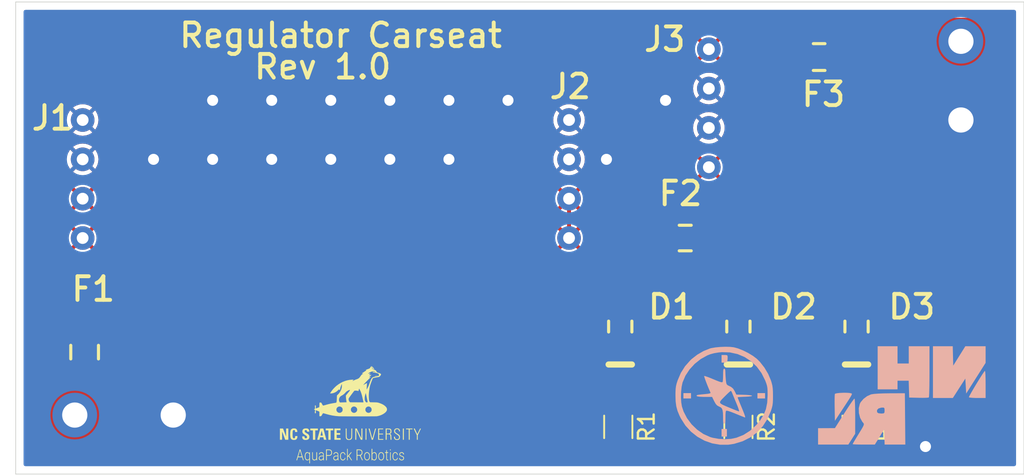
<source format=kicad_pcb>
(kicad_pcb (version 20221018) (generator pcbnew)
  (layers (0 "F.Cu" signal) (31 "B.Cu" signal) (34 "B.Paste" user) (35 "F.Paste" user) (36 "B.SilkS" user "B.Silkscreen") (37 "F.SilkS" user "F.Silkscreen") (38 "B.Mask" user) (39 "F.Mask" user) (44 "Edge.Cuts" user))
  (property "SHEETTOTAL" "1")
  (net 0 "")
  (net 1 "GND")
  (net 2 "/5V Fuse")
  (net 3 "/Comp Out")
  (net 4 "/Bat Fuse")
  (net 5 "Net-(D1-K)")
  (net 6 "Net-(D2-A)")
  (net 7 "Net-(D2-K)")
  (net 8 "Net-(D3-K)")
  (net 9 "/Bat In")
  (net 10 "/12V Fuse")
  (footprint "AltiumImport:FP-0466-MFG" (layer "F.Cu") (at 159.1691 105.0036)
    (fp_text reference "F2" (at -1.8542 -1.9812 unlocked) (layer "F.SilkS") (effects (font (size 1.524 1.524) (thickness 0.254)) (justify left bottom)))
    (fp_text value "3A" hide)
    (pad "1" smd rect (at -1.3335 0) (size 1.143 2.032) (layers "F.Cu" "F.Paste" "F.Mask") (net 10 "/12V Fuse"))
    (pad "2" smd rect (at 1.3335 0) (size 1.143 2.032) (layers "F.Cu" "F.Paste" "F.Mask") (net 6 "Net-(D2-A)"))
  )
  (footprint "AltiumImport:1X4 HEADER" (layer "F.Cu") (at 146.5961 102.4636 -90)
    (fp_text reference "J2" (at -6.35025 -3.68341 unlocked) (layer "F.SilkS") (effects (font (size 1.524 1.524) (thickness 0.254)) (justify left bottom)))
    (fp_text value "1X4 Header" hide)
    (pad "1" thru_hole circle (at -5.08 -5.08 270) (size 1.524 1.524) (drill 0.762) (layers "*.Cu" "*.Mask") (net 1 "GND"))
    (pad "2" thru_hole circle (at -2.54 -5.08 270) (size 1.524 1.524) (drill 0.762) (layers "*.Cu" "*.Mask") (net 1 "GND"))
    (pad "3" thru_hole circle (at 0 -5.08 270) (size 1.524 1.524) (drill 0.762) (layers "*.Cu" "*.Mask") (net 10 "/12V Fuse"))
    (pad "4" thru_hole circle (at 2.54 -5.08 270) (size 1.524 1.524) (drill 0.762) (layers "*.Cu" "*.Mask") (net 10 "/12V Fuse"))
  )
  (footprint "LOGO" (layer "F.Cu") (at 137.5791 116.4336)
    (fp_text reference "G***" hide)
    (fp_text value "LOGO" hide)
  )
  (footprint "AltiumImport:LUMX-SML-LX1206YC-TR_V" (layer "F.Cu") (at 162.5981 110.7186 -90)
    (fp_text reference "D2" (at -0.38125 -1.90541 unlocked) (layer "F.SilkS") (effects (font (size 1.524 1.524) (thickness 0.254)) (justify left bottom)))
    (fp_text value "SML-LX1206YC-TR" hide)
    (pad "1" smd rect (at -1.35 0 270) (size 1.2 1.5) (layers "F.Cu" "F.Paste" "F.Mask") (net 6 "Net-(D2-A)"))
    (pad "2" smd rect (at 1.35 0 270) (size 1.2 1.5) (layers "F.Cu" "F.Paste" "F.Mask") (net 7 "Net-(D2-K)"))
  )
  (footprint "Resistor_SMD:R_1206_3216Metric_Pad1.30x1.75mm_HandSolder" (layer "F.Cu") (at 170.2181 117.1956 -90)
    (fp_text reference "R3" (at 0 -1.82 -90) (layer "F.SilkS") (effects (font (size 1.016 1.016) (thickness 0.1524))))
    (fp_text value "200")
    (pad "1" smd roundrect (at -1.55 0 270) (size 1.3 1.75) (layers "F.Cu" "F.Paste" "F.Mask") (roundrect_rratio 0.192308) (net 8 "Net-(D3-K)"))
    (pad "2" smd roundrect (at 1.55 0 270) (size 1.3 1.75) (layers "F.Cu" "F.Paste" "F.Mask") (roundrect_rratio 0.192308) (net 1 "GND"))
  )
  (footprint "AltiumImport:LUMX-SML-LX1206YC-TR_V" (layer "F.Cu") (at 154.9781 110.7186 -90)
    (fp_text reference "D1" (at -0.38125 -1.65133 unlocked) (layer "F.SilkS") (effects (font (size 1.524 1.524) (thickness 0.254)) (justify left bottom)))
    (fp_text value "SML-LX1206YC-TR" hide)
    (pad "1" smd rect (at -1.35 0 270) (size 1.2 1.5) (layers "F.Cu" "F.Paste" "F.Mask") (net 4 "/Bat Fuse"))
    (pad "2" smd rect (at 1.35 0 270) (size 1.2 1.5) (layers "F.Cu" "F.Paste" "F.Mask") (net 5 "Net-(D1-K)"))
  )
  (footprint "Resistor_SMD:R_1206_3216Metric_Pad1.30x1.75mm_HandSolder" (layer "F.Cu") (at 162.5981 117.1956 -90)
    (fp_text reference "R2" (at 0 -1.82 -90) (layer "F.SilkS") (effects (font (size 1.016 1.016) (thickness 0.1524))))
    (fp_text value "800")
    (pad "1" smd roundrect (at -1.55 0 270) (size 1.3 1.75) (layers "F.Cu" "F.Paste" "F.Mask") (roundrect_rratio 0.192308) (net 7 "Net-(D2-K)"))
    (pad "2" smd roundrect (at 1.55 0 270) (size 1.3 1.75) (layers "F.Cu" "F.Paste" "F.Mask") (roundrect_rratio 0.192308) (net 1 "GND"))
  )
  (footprint "AltiumImport:FP-0469-MFG" (layer "F.Cu") (at 167.8051 93.3196)
    (fp_text reference "F3" (at -1.26959 3.30175 unlocked) (layer "F.SilkS") (effects (font (size 1.524 1.524) (thickness 0.254)) (justify left bottom)))
    (fp_text value "5A" hide)
    (pad "1" smd rect (at -1.25 0) (size 1 1.8) (layers "F.Cu" "F.Paste" "F.Mask") (net 2 "/5V Fuse"))
    (pad "2" smd rect (at 1.25 0) (size 1 1.8) (layers "F.Cu" "F.Paste" "F.Mask") (net 3 "/Comp Out"))
  )
  (footprint "AltiumImport:FP-0685T-IPC_B" (layer "F.Cu") (at 120.4341 112.3696 90)
    (fp_text reference "F1" (at 3.175 -0.9906 unlocked) (layer "F.SilkS") (effects (font (size 1.524 1.524) (thickness 0.254)) (justify left bottom)))
    (fp_text value "4A" hide)
    (pad "1" smd rect (at -1.39578 0 90) (size 1.31464 1.7862) (layers "F.Cu" "F.Paste" "F.Mask") (net 9 "/Bat In"))
    (pad "2" smd rect (at 1.39578 0 90) (size 1.31464 1.7862) (layers "F.Cu" "F.Paste" "F.Mask") (net 4 "/Bat Fuse"))
  )
  (footprint "AltiumImport:1X4 HEADER" (layer "F.Cu") (at 165.7731 95.3516 90)
    (fp_text reference "J3" (at 2.28625 -9.39759 unlocked) (layer "F.SilkS") (effects (font (size 1.524 1.524) (thickness 0.254)) (justify left bottom)))
    (fp_text value "1x4 Header" hide)
    (pad "1" thru_hole circle (at -5.08 -5.08 90) (size 1.524 1.524) (drill 0.762) (layers "*.Cu" "*.Mask") (net 6 "Net-(D2-A)"))
    (pad "2" thru_hole circle (at -2.54 -5.08 90) (size 1.524 1.524) (drill 0.762) (layers "*.Cu" "*.Mask") (net 1 "GND"))
    (pad "3" thru_hole circle (at 0 -5.08 90) (size 1.524 1.524) (drill 0.762) (layers "*.Cu" "*.Mask") (net 1 "GND"))
    (pad "4" thru_hole circle (at 2.54 -5.08 90) (size 1.524 1.524) (drill 0.762) (layers "*.Cu" "*.Mask") (net 2 "/5V Fuse"))
  )
  (footprint "AltiumImport:1X4 HEADER" (layer "F.Cu") (at 115.2271 102.4636 -90)
    (fp_text reference "J1" (at -4.31825 -1.65133 unlocked) (layer "F.SilkS") (effects (font (size 1.524 1.524) (thickness 0.254)) (justify left bottom)))
    (fp_text value "1x4 Header" hide)
    (pad "1" thru_hole circle (at -5.08 -5.08 270) (size 1.524 1.524) (drill 0.762) (layers "*.Cu" "*.Mask") (net 1 "GND"))
    (pad "2" thru_hole circle (at -2.54 -5.08 270) (size 1.524 1.524) (drill 0.762) (layers "*.Cu" "*.Mask") (net 1 "GND"))
    (pad "3" thru_hole circle (at 0 -5.08 270) (size 1.524 1.524) (drill 0.762) (layers "*.Cu" "*.Mask") (net 4 "/Bat Fuse"))
    (pad "4" thru_hole circle (at 2.54 -5.08 270) (size 1.524 1.524) (drill 0.762) (layers "*.Cu" "*.Mask") (net 4 "/Bat Fuse"))
  )
  (footprint "Resistor_SMD:R_1206_3216Metric_Pad1.30x1.75mm_HandSolder" (layer "F.Cu") (at 154.8511 117.1956 -90)
    (fp_text reference "R1" (at 0 -1.82 -90) (layer "F.SilkS") (effects (font (size 1.016 1.016) (thickness 0.1524))))
    (fp_text value "1050")
    (pad "1" smd roundrect (at -1.55 0 270) (size 1.3 1.75) (layers "F.Cu" "F.Paste" "F.Mask") (roundrect_rratio 0.192308) (net 5 "Net-(D1-K)"))
    (pad "2" smd roundrect (at 1.55 0 270) (size 1.3 1.75) (layers "F.Cu" "F.Paste" "F.Mask") (roundrect_rratio 0.192308) (net 1 "GND"))
  )
  (footprint "AltiumImport:LUMX-SML-LX1206YC-TR_V" (layer "F.Cu") (at 170.2181 110.7186 -90)
    (fp_text reference "D3" (at -0.38125 -1.90541 unlocked) (layer "F.SilkS") (effects (font (size 1.524 1.524) (thickness 0.254)) (justify left bottom)))
    (fp_text value "SML-LX1206YC-TR" hide)
    (pad "1" smd rect (at -1.35 0 270) (size 1.2 1.5) (layers "F.Cu" "F.Paste" "F.Mask") (net 3 "/Comp Out"))
    (pad "2" smd rect (at 1.35 0 270) (size 1.2 1.5) (layers "F.Cu" "F.Paste" "F.Mask") (net 8 "Net-(D3-K)"))
  )
  (footprint "LOGO" (layer "B.Cu") (at 161.7091 115.1636 180)
    (fp_text reference "G***" hide)
    (fp_text value "LOGO" hide)
  )
  (footprint "LOGO" (layer "B.Cu") (at 173.1391 115.1636 180)
    (fp_text reference "G***" hide)
    (fp_text value "LOGO" hide)
  )
  (gr_line (start 115.9891 120.2436) (end 181.0131 120.2436) (stroke (width 0.05)) (layer "Edge.Cuts"))
  (gr_line (start 181.0131 89.7636) (end 115.9891 89.7636) (stroke (width 0.05)) (layer "Edge.Cuts"))
  (gr_line (start 115.9891 89.7636) (end 115.9891 120.2436) (stroke (width 0.05)) (layer "Edge.Cuts"))
  (gr_line (start 181.0131 120.2436) (end 181.0131 89.7636) (stroke (width 0.05)) (layer "Edge.Cuts"))
  (gr_text "Regulator Carseat" (at 126.4031 92.81176) (layer "F.SilkS") (effects (font (size 1.524 1.524) (thickness 0.254)) (justify left bottom)))
  (gr_text "Rev 1.0" (at 131.2291 94.8436) (layer "F.SilkS") (effects (font (size 1.524 1.524) (thickness 0.254)) (justify left bottom)))
  (segment (start 174.3831 118.7456) (end 174.6631 118.4656) (width 0.2) (layer "F.Cu") (net 1))
  (segment (start 170.2181 118.7456) (end 174.3831 118.7456) (width 0.2) (layer "F.Cu") (net 1))
  (segment (start 154.8511 118.7456) (end 170.2181 118.7456) (width 0.2) (layer "F.Cu") (net 1))
  (via (at 143.9291 96.1136) (size 1.27) (drill 0.7112) (layers "F.Cu" "B.Cu") (net 1))
  (via (at 132.4991 96.1136) (size 1.27) (drill 0.7112) (layers "F.Cu" "B.Cu") (net 1))
  (via (at 143.9291 99.9236) (size 1.27) (drill 0.7112) (layers "F.Cu" "B.Cu") (net 1))
  (via (at 136.3091 96.1136) (size 1.27) (drill 0.7112) (layers "F.Cu" "B.Cu") (net 1))
  (via (at 147.7391 96.1136) (size 1.27) (drill 0.7112) (layers "F.Cu" "B.Cu") (net 1))
  (via (at 174.6631 118.4656) (size 1.27) (drill 0.7112) (layers "F.Cu" "B.Cu") (net 1))
  (via (at 136.3091 99.9236) (size 1.27) (drill 0.7112) (layers "F.Cu" "B.Cu") (net 1))
  (via (at 124.8791 99.9236) (size 1.27) (drill 0.7112) (layers "F.Cu" "B.Cu") (net 1))
  (via (at 157.8991 96.1136) (size 1.27) (drill 0.7112) (layers "F.Cu" "B.Cu") (net 1))
  (via (at 132.4991 99.9236) (size 1.27) (drill 0.7112) (layers "F.Cu" "B.Cu") (net 1))
  (via (at 154.0891 99.9236) (size 1.27) (drill 0.7112) (layers "F.Cu" "B.Cu") (net 1))
  (via (at 128.6891 99.9236) (size 1.27) (drill 0.7112) (layers "F.Cu" "B.Cu") (net 1))
  (via (at 140.1191 96.1136) (size 1.27) (drill 0.7112) (layers "F.Cu" "B.Cu") (net 1))
  (via (at 140.1191 99.9236) (size 1.27) (drill 0.7112) (layers "F.Cu" "B.Cu") (net 1))
  (via (at 126.1491 116.4336) (size 2.8796) (drill 1.6256) (layers "F.Cu" "B.Cu") (net 1))
  (via (at 176.9491 97.3836) (size 2.8796) (drill 1.6256) (layers "F.Cu" "B.Cu") (net 1))
  (via (at 128.6891 96.1136) (size 1.27) (drill 0.7112) (layers "F.Cu" "B.Cu") (net 1))
  (segment (start 166.3773 93.4466) (end 166.5297 93.2942) (width 0.254) (layer "F.Cu") (net 2))
  (segment (start 166.5265 93.5482) (end 166.5551 93.5196) (width 0.254) (layer "F.Cu") (net 2))
  (via (at 176.9491 92.3036) (size 2.8796) (drill 1.6256) (layers "F.Cu" "B.Cu") (net 3))
  (segment (start 120.3071 110.97382) (end 121.95932 109.3216) (width 0.254) (layer "F.Cu") (net 4))
  (segment (start 121.95932 109.3216) (end 154.9311 109.3216) (width 0.254) (layer "F.Cu") (net 4))
  (segment (start 154.9781 115.6416) (end 154.9781 112.0686) (width 0.254) (layer "F.Cu") (net 5))
  (segment (start 154.8511 115.7686) (end 154.9781 115.6416) (width 0.254) (layer "F.Cu") (net 5))
  (segment (start 162.5981 115.91936) (end 162.5981 112.0686) (width 0.254) (layer "F.Cu") (net 7))
  (segment (start 170.2181 115.8706) (end 170.2181 112.0686) (width 0.254) (layer "F.Cu") (net 8))
  (via (at 119.7991 116.4336) (size 2.8796) (drill 1.6256) (layers "F.Cu" "B.Cu") (net 9))
  (segment (start 151.6761 105.0036) (end 151.6761 102.4636) (width 0.254) (layer "F.Cu") (net 10))
  (zone (net 10) (net_name "/12V Fuse") (layer "F.Cu") (priority 5) (connect_pads (clearance 0.127)) (min_thickness 0.25) (fill yes (thermal_gap 0.254) (thermal_bridge_width 0.254))
    (polygon (pts (xy 150.0251 101.4476) (xy 150.0251 107.0356) (xy 158.7881 107.0356) (xy 158.7881 101.4476)))
  )
  (zone (net 1) (net_name "GND") (layer "F.Cu") (priority 8) (connect_pads (clearance 0.127)) (min_thickness 0.25) (fill yes (thermal_gap 0.254) (thermal_bridge_width 0.254))
    (polygon (pts (xy 158.1531 101.0666) (xy 158.1531 99.0346) (xy 162.0901 99.0346) (xy 162.0901 94.3356) (xy 119.1641 94.3356) (xy 119.1641 101.0666)))
  )
  (zone (net 6) (net_name "Net-(D2-A)") (layer "F.Cu") (priority 4) (connect_pads (clearance 0.127)) (min_thickness 0.25) (fill yes (thermal_gap 0.254) (thermal_bridge_width 0.254))
    (polygon (pts (xy 164.2491 110.7186) (xy 164.2491 99.2886) (xy 159.1691 99.2886) (xy 159.1691 102.4636) (xy 159.1691 103.4796) (xy 159.1691 110.7186)))
  )
  (zone (net 3) (net_name "/Comp Out") (layer "F.Cu") (priority 2) (connect_pads (clearance 0.127)) (min_thickness 0.25) (fill yes (thermal_gap 0.254) (thermal_bridge_width 0.254))
    (polygon (pts (xy 168.1861 90.7796) (xy 168.1861 94.8436) (xy 178.9811 94.8436) (xy 178.9811 90.7796)))
  )
  (zone (net 4) (net_name "/Bat Fuse") (layer "F.Cu") (priority 7) (connect_pads (clearance 0.127)) (min_thickness 0.25) (fill yes (thermal_gap 0.254) (thermal_bridge_width 0.254))
    (polygon (pts (xy 118.0211 101.4476) (xy 124.6251 101.4476) (xy 124.6251 111.6076) (xy 118.0211 111.6076)))
  )
  (zone (net 3) (net_name "/Comp Out") (layer "F.Cu") (priority 1) (connect_pads (clearance 0.127)) (min_thickness 0.25) (fill yes (thermal_gap 0.254) (thermal_bridge_width 0.254))
    (polygon (pts (xy 168.8211 90.7796) (xy 173.3931 90.7796) (xy 173.5201 91.2876) (xy 173.5201 110.7186) (xy 168.8211 110.7186)))
  )
  (zone (net 2) (net_name "/5V Fuse") (layer "F.Cu") (priority 3) (connect_pads (clearance 0.127)) (min_thickness 0.25) (fill yes (thermal_gap 0.254) (thermal_bridge_width 0.254))
    (polygon (pts (xy 159.1691 94.3356) (xy 164.7571 94.3356) (xy 165.2651 94.8436) (xy 167.4241 94.8436) (xy 167.4241 90.7796) (xy 159.1691 90.7796)))
  )
  (zone (net 9) (net_name "/Bat In") (layer "F.Cu") (priority 6) (connect_pads (clearance 0.127)) (min_thickness 0.25) (fill yes (thermal_gap 0.254) (thermal_bridge_width 0.254))
    (polygon (pts (xy 117.5131 119.2276) (xy 123.1011 119.2276) (xy 123.1011 113.1316) (xy 117.5131 113.1316)))
  )
  (zone (net 1) (net_name "GND") (layer "B.Cu") (connect_pads (clearance 0.127)) (min_thickness 0.25) (fill yes (thermal_gap 0.254) (thermal_bridge_width 0.254))
    (polygon (pts (xy 116.4971 90.2716) (xy 116.4971 119.7356) (xy 180.5051 119.7356) (xy 180.5051 90.2716)))
  )
)
</source>
